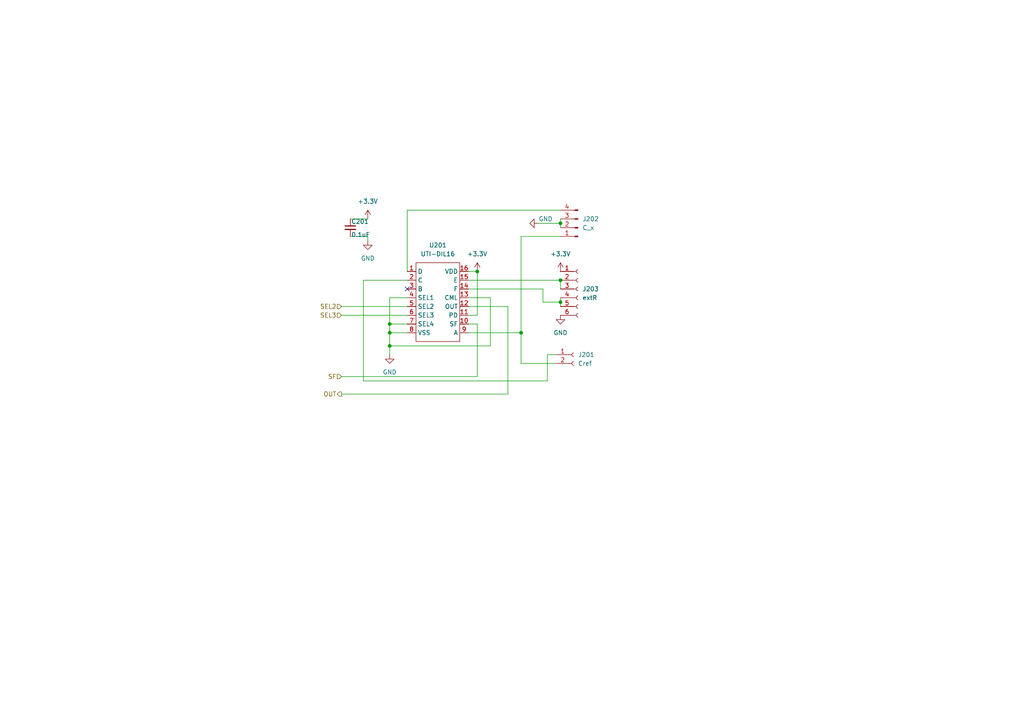
<source format=kicad_sch>
(kicad_sch (version 20211123) (generator eeschema)

  (uuid 8533212f-3b88-4ea3-aebd-d2c8832df62d)

  (paper "A4")

  (title_block
    (title "UTI+Connectors")
    (comment 1 "UTI Chip and external connectors")
  )

  (lib_symbols
    (symbol "Connector:Conn_01x02_Female" (pin_names (offset 1.016) hide) (in_bom yes) (on_board yes)
      (property "Reference" "J" (id 0) (at 0 2.54 0)
        (effects (font (size 1.27 1.27)))
      )
      (property "Value" "Conn_01x02_Female" (id 1) (at 0 -5.08 0)
        (effects (font (size 1.27 1.27)))
      )
      (property "Footprint" "" (id 2) (at 0 0 0)
        (effects (font (size 1.27 1.27)) hide)
      )
      (property "Datasheet" "~" (id 3) (at 0 0 0)
        (effects (font (size 1.27 1.27)) hide)
      )
      (property "ki_keywords" "connector" (id 4) (at 0 0 0)
        (effects (font (size 1.27 1.27)) hide)
      )
      (property "ki_description" "Generic connector, single row, 01x02, script generated (kicad-library-utils/schlib/autogen/connector/)" (id 5) (at 0 0 0)
        (effects (font (size 1.27 1.27)) hide)
      )
      (property "ki_fp_filters" "Connector*:*_1x??_*" (id 6) (at 0 0 0)
        (effects (font (size 1.27 1.27)) hide)
      )
      (symbol "Conn_01x02_Female_1_1"
        (arc (start 0 -2.032) (mid -0.508 -2.54) (end 0 -3.048)
          (stroke (width 0.1524) (type default) (color 0 0 0 0))
          (fill (type none))
        )
        (polyline
          (pts
            (xy -1.27 -2.54)
            (xy -0.508 -2.54)
          )
          (stroke (width 0.1524) (type default) (color 0 0 0 0))
          (fill (type none))
        )
        (polyline
          (pts
            (xy -1.27 0)
            (xy -0.508 0)
          )
          (stroke (width 0.1524) (type default) (color 0 0 0 0))
          (fill (type none))
        )
        (arc (start 0 0.508) (mid -0.508 0) (end 0 -0.508)
          (stroke (width 0.1524) (type default) (color 0 0 0 0))
          (fill (type none))
        )
        (pin passive line (at -5.08 0 0) (length 3.81)
          (name "Pin_1" (effects (font (size 1.27 1.27))))
          (number "1" (effects (font (size 1.27 1.27))))
        )
        (pin passive line (at -5.08 -2.54 0) (length 3.81)
          (name "Pin_2" (effects (font (size 1.27 1.27))))
          (number "2" (effects (font (size 1.27 1.27))))
        )
      )
    )
    (symbol "Connector:Conn_01x04_Male" (pin_names (offset 1.016) hide) (in_bom yes) (on_board yes)
      (property "Reference" "J" (id 0) (at 0 5.08 0)
        (effects (font (size 1.27 1.27)))
      )
      (property "Value" "Conn_01x04_Male" (id 1) (at 0 -7.62 0)
        (effects (font (size 1.27 1.27)))
      )
      (property "Footprint" "" (id 2) (at 0 0 0)
        (effects (font (size 1.27 1.27)) hide)
      )
      (property "Datasheet" "~" (id 3) (at 0 0 0)
        (effects (font (size 1.27 1.27)) hide)
      )
      (property "ki_keywords" "connector" (id 4) (at 0 0 0)
        (effects (font (size 1.27 1.27)) hide)
      )
      (property "ki_description" "Generic connector, single row, 01x04, script generated (kicad-library-utils/schlib/autogen/connector/)" (id 5) (at 0 0 0)
        (effects (font (size 1.27 1.27)) hide)
      )
      (property "ki_fp_filters" "Connector*:*_1x??_*" (id 6) (at 0 0 0)
        (effects (font (size 1.27 1.27)) hide)
      )
      (symbol "Conn_01x04_Male_1_1"
        (polyline
          (pts
            (xy 1.27 -5.08)
            (xy 0.8636 -5.08)
          )
          (stroke (width 0.1524) (type default) (color 0 0 0 0))
          (fill (type none))
        )
        (polyline
          (pts
            (xy 1.27 -2.54)
            (xy 0.8636 -2.54)
          )
          (stroke (width 0.1524) (type default) (color 0 0 0 0))
          (fill (type none))
        )
        (polyline
          (pts
            (xy 1.27 0)
            (xy 0.8636 0)
          )
          (stroke (width 0.1524) (type default) (color 0 0 0 0))
          (fill (type none))
        )
        (polyline
          (pts
            (xy 1.27 2.54)
            (xy 0.8636 2.54)
          )
          (stroke (width 0.1524) (type default) (color 0 0 0 0))
          (fill (type none))
        )
        (rectangle (start 0.8636 -4.953) (end 0 -5.207)
          (stroke (width 0.1524) (type default) (color 0 0 0 0))
          (fill (type outline))
        )
        (rectangle (start 0.8636 -2.413) (end 0 -2.667)
          (stroke (width 0.1524) (type default) (color 0 0 0 0))
          (fill (type outline))
        )
        (rectangle (start 0.8636 0.127) (end 0 -0.127)
          (stroke (width 0.1524) (type default) (color 0 0 0 0))
          (fill (type outline))
        )
        (rectangle (start 0.8636 2.667) (end 0 2.413)
          (stroke (width 0.1524) (type default) (color 0 0 0 0))
          (fill (type outline))
        )
        (pin passive line (at 5.08 2.54 180) (length 3.81)
          (name "Pin_1" (effects (font (size 1.27 1.27))))
          (number "1" (effects (font (size 1.27 1.27))))
        )
        (pin passive line (at 5.08 0 180) (length 3.81)
          (name "Pin_2" (effects (font (size 1.27 1.27))))
          (number "2" (effects (font (size 1.27 1.27))))
        )
        (pin passive line (at 5.08 -2.54 180) (length 3.81)
          (name "Pin_3" (effects (font (size 1.27 1.27))))
          (number "3" (effects (font (size 1.27 1.27))))
        )
        (pin passive line (at 5.08 -5.08 180) (length 3.81)
          (name "Pin_4" (effects (font (size 1.27 1.27))))
          (number "4" (effects (font (size 1.27 1.27))))
        )
      )
    )
    (symbol "Connector:Conn_01x06_Female" (pin_names (offset 1.016) hide) (in_bom yes) (on_board yes)
      (property "Reference" "J" (id 0) (at 0 7.62 0)
        (effects (font (size 1.27 1.27)))
      )
      (property "Value" "Conn_01x06_Female" (id 1) (at 0 -10.16 0)
        (effects (font (size 1.27 1.27)))
      )
      (property "Footprint" "" (id 2) (at 0 0 0)
        (effects (font (size 1.27 1.27)) hide)
      )
      (property "Datasheet" "~" (id 3) (at 0 0 0)
        (effects (font (size 1.27 1.27)) hide)
      )
      (property "ki_keywords" "connector" (id 4) (at 0 0 0)
        (effects (font (size 1.27 1.27)) hide)
      )
      (property "ki_description" "Generic connector, single row, 01x06, script generated (kicad-library-utils/schlib/autogen/connector/)" (id 5) (at 0 0 0)
        (effects (font (size 1.27 1.27)) hide)
      )
      (property "ki_fp_filters" "Connector*:*_1x??_*" (id 6) (at 0 0 0)
        (effects (font (size 1.27 1.27)) hide)
      )
      (symbol "Conn_01x06_Female_1_1"
        (arc (start 0 -7.112) (mid -0.508 -7.62) (end 0 -8.128)
          (stroke (width 0.1524) (type default) (color 0 0 0 0))
          (fill (type none))
        )
        (arc (start 0 -4.572) (mid -0.508 -5.08) (end 0 -5.588)
          (stroke (width 0.1524) (type default) (color 0 0 0 0))
          (fill (type none))
        )
        (arc (start 0 -2.032) (mid -0.508 -2.54) (end 0 -3.048)
          (stroke (width 0.1524) (type default) (color 0 0 0 0))
          (fill (type none))
        )
        (polyline
          (pts
            (xy -1.27 -7.62)
            (xy -0.508 -7.62)
          )
          (stroke (width 0.1524) (type default) (color 0 0 0 0))
          (fill (type none))
        )
        (polyline
          (pts
            (xy -1.27 -5.08)
            (xy -0.508 -5.08)
          )
          (stroke (width 0.1524) (type default) (color 0 0 0 0))
          (fill (type none))
        )
        (polyline
          (pts
            (xy -1.27 -2.54)
            (xy -0.508 -2.54)
          )
          (stroke (width 0.1524) (type default) (color 0 0 0 0))
          (fill (type none))
        )
        (polyline
          (pts
            (xy -1.27 0)
            (xy -0.508 0)
          )
          (stroke (width 0.1524) (type default) (color 0 0 0 0))
          (fill (type none))
        )
        (polyline
          (pts
            (xy -1.27 2.54)
            (xy -0.508 2.54)
          )
          (stroke (width 0.1524) (type default) (color 0 0 0 0))
          (fill (type none))
        )
        (polyline
          (pts
            (xy -1.27 5.08)
            (xy -0.508 5.08)
          )
          (stroke (width 0.1524) (type default) (color 0 0 0 0))
          (fill (type none))
        )
        (arc (start 0 0.508) (mid -0.508 0) (end 0 -0.508)
          (stroke (width 0.1524) (type default) (color 0 0 0 0))
          (fill (type none))
        )
        (arc (start 0 3.048) (mid -0.508 2.54) (end 0 2.032)
          (stroke (width 0.1524) (type default) (color 0 0 0 0))
          (fill (type none))
        )
        (arc (start 0 5.588) (mid -0.508 5.08) (end 0 4.572)
          (stroke (width 0.1524) (type default) (color 0 0 0 0))
          (fill (type none))
        )
        (pin passive line (at -5.08 5.08 0) (length 3.81)
          (name "Pin_1" (effects (font (size 1.27 1.27))))
          (number "1" (effects (font (size 1.27 1.27))))
        )
        (pin passive line (at -5.08 2.54 0) (length 3.81)
          (name "Pin_2" (effects (font (size 1.27 1.27))))
          (number "2" (effects (font (size 1.27 1.27))))
        )
        (pin passive line (at -5.08 0 0) (length 3.81)
          (name "Pin_3" (effects (font (size 1.27 1.27))))
          (number "3" (effects (font (size 1.27 1.27))))
        )
        (pin passive line (at -5.08 -2.54 0) (length 3.81)
          (name "Pin_4" (effects (font (size 1.27 1.27))))
          (number "4" (effects (font (size 1.27 1.27))))
        )
        (pin passive line (at -5.08 -5.08 0) (length 3.81)
          (name "Pin_5" (effects (font (size 1.27 1.27))))
          (number "5" (effects (font (size 1.27 1.27))))
        )
        (pin passive line (at -5.08 -7.62 0) (length 3.81)
          (name "Pin_6" (effects (font (size 1.27 1.27))))
          (number "6" (effects (font (size 1.27 1.27))))
        )
      )
    )
    (symbol "Device:C_Small" (pin_numbers hide) (pin_names (offset 0.254) hide) (in_bom yes) (on_board yes)
      (property "Reference" "C" (id 0) (at 0.254 1.778 0)
        (effects (font (size 1.27 1.27)) (justify left))
      )
      (property "Value" "C_Small" (id 1) (at 0.254 -2.032 0)
        (effects (font (size 1.27 1.27)) (justify left))
      )
      (property "Footprint" "" (id 2) (at 0 0 0)
        (effects (font (size 1.27 1.27)) hide)
      )
      (property "Datasheet" "~" (id 3) (at 0 0 0)
        (effects (font (size 1.27 1.27)) hide)
      )
      (property "ki_keywords" "capacitor cap" (id 4) (at 0 0 0)
        (effects (font (size 1.27 1.27)) hide)
      )
      (property "ki_description" "Unpolarized capacitor, small symbol" (id 5) (at 0 0 0)
        (effects (font (size 1.27 1.27)) hide)
      )
      (property "ki_fp_filters" "C_*" (id 6) (at 0 0 0)
        (effects (font (size 1.27 1.27)) hide)
      )
      (symbol "C_Small_0_1"
        (polyline
          (pts
            (xy -1.524 -0.508)
            (xy 1.524 -0.508)
          )
          (stroke (width 0.3302) (type default) (color 0 0 0 0))
          (fill (type none))
        )
        (polyline
          (pts
            (xy -1.524 0.508)
            (xy 1.524 0.508)
          )
          (stroke (width 0.3048) (type default) (color 0 0 0 0))
          (fill (type none))
        )
      )
      (symbol "C_Small_1_1"
        (pin passive line (at 0 2.54 270) (length 2.032)
          (name "~" (effects (font (size 1.27 1.27))))
          (number "1" (effects (font (size 1.27 1.27))))
        )
        (pin passive line (at 0 -2.54 90) (length 2.032)
          (name "~" (effects (font (size 1.27 1.27))))
          (number "2" (effects (font (size 1.27 1.27))))
        )
      )
    )
    (symbol "UTI-DIL16_2" (in_bom yes) (on_board yes)
      (property "Reference" "U" (id 0) (at 0 2.54 0)
        (effects (font (size 1.27 1.27)))
      )
      (property "Value" "UTI-DIL16_2" (id 1) (at 0 0 0)
        (effects (font (size 1.27 1.27)))
      )
      (property "Footprint" "Package_DIP:DIP-16_W7.62mm" (id 2) (at 2.54 10.16 0)
        (effects (font (size 1.27 1.27)) hide)
      )
      (property "Datasheet" "" (id 3) (at 0 0 0)
        (effects (font (size 1.27 1.27)) hide)
      )
      (symbol "UTI-DIL16_2_0_1"
        (polyline
          (pts
            (xy -5.08 5.08)
            (xy -5.08 -17.78)
            (xy 7.62 -17.78)
            (xy 7.62 5.08)
            (xy -5.08 5.08)
          )
          (stroke (width 0) (type default) (color 0 0 0 0))
          (fill (type none))
        )
      )
      (symbol "UTI-DIL16_2_1_1"
        (pin input line (at -7.62 2.54 0) (length 2.54)
          (name "D" (effects (font (size 1.27 1.27))))
          (number "1" (effects (font (size 1.27 1.27))))
        )
        (pin input line (at 10.16 -12.7 180) (length 2.54)
          (name "SF" (effects (font (size 1.27 1.27))))
          (number "10" (effects (font (size 1.27 1.27))))
        )
        (pin input line (at 10.16 -10.16 180) (length 2.54)
          (name "PD" (effects (font (size 1.27 1.27))))
          (number "11" (effects (font (size 1.27 1.27))))
        )
        (pin output line (at 10.16 -7.62 180) (length 2.54)
          (name "OUT" (effects (font (size 1.27 1.27))))
          (number "12" (effects (font (size 1.27 1.27))))
        )
        (pin input line (at 10.16 -5.08 180) (length 2.54)
          (name "CML" (effects (font (size 1.27 1.27))))
          (number "13" (effects (font (size 1.27 1.27))))
        )
        (pin input line (at 10.16 -2.54 180) (length 2.54)
          (name "F" (effects (font (size 1.27 1.27))))
          (number "14" (effects (font (size 1.27 1.27))))
        )
        (pin input line (at 10.16 0 180) (length 2.54)
          (name "E" (effects (font (size 1.27 1.27))))
          (number "15" (effects (font (size 1.27 1.27))))
        )
        (pin power_in line (at 10.16 2.54 180) (length 2.54)
          (name "VDD" (effects (font (size 1.27 1.27))))
          (number "16" (effects (font (size 1.27 1.27))))
        )
        (pin input line (at -7.62 0 0) (length 2.54)
          (name "C" (effects (font (size 1.27 1.27))))
          (number "2" (effects (font (size 1.27 1.27))))
        )
        (pin input line (at -7.62 -2.54 0) (length 2.54)
          (name "B" (effects (font (size 1.27 1.27))))
          (number "3" (effects (font (size 1.27 1.27))))
        )
        (pin input line (at -7.62 -5.08 0) (length 2.54)
          (name "SEL1" (effects (font (size 1.27 1.27))))
          (number "4" (effects (font (size 1.27 1.27))))
        )
        (pin input line (at -7.62 -7.62 0) (length 2.54)
          (name "SEL2" (effects (font (size 1.27 1.27))))
          (number "5" (effects (font (size 1.27 1.27))))
        )
        (pin input line (at -7.62 -10.16 0) (length 2.54)
          (name "SEL3" (effects (font (size 1.27 1.27))))
          (number "6" (effects (font (size 1.27 1.27))))
        )
        (pin input line (at -7.62 -12.7 0) (length 2.54)
          (name "SEL4" (effects (font (size 1.27 1.27))))
          (number "7" (effects (font (size 1.27 1.27))))
        )
        (pin power_in line (at -7.62 -15.24 0) (length 2.54)
          (name "VSS" (effects (font (size 1.27 1.27))))
          (number "8" (effects (font (size 1.27 1.27))))
        )
        (pin output line (at 10.16 -15.24 180) (length 2.54)
          (name "A" (effects (font (size 1.27 1.27))))
          (number "9" (effects (font (size 1.27 1.27))))
        )
      )
    )
    (symbol "power:+3.3V" (power) (pin_names (offset 0)) (in_bom yes) (on_board yes)
      (property "Reference" "#PWR" (id 0) (at 0 -3.81 0)
        (effects (font (size 1.27 1.27)) hide)
      )
      (property "Value" "+3.3V" (id 1) (at 0 3.556 0)
        (effects (font (size 1.27 1.27)))
      )
      (property "Footprint" "" (id 2) (at 0 0 0)
        (effects (font (size 1.27 1.27)) hide)
      )
      (property "Datasheet" "" (id 3) (at 0 0 0)
        (effects (font (size 1.27 1.27)) hide)
      )
      (property "ki_keywords" "power-flag" (id 4) (at 0 0 0)
        (effects (font (size 1.27 1.27)) hide)
      )
      (property "ki_description" "Power symbol creates a global label with name \"+3.3V\"" (id 5) (at 0 0 0)
        (effects (font (size 1.27 1.27)) hide)
      )
      (symbol "+3.3V_0_1"
        (polyline
          (pts
            (xy -0.762 1.27)
            (xy 0 2.54)
          )
          (stroke (width 0) (type default) (color 0 0 0 0))
          (fill (type none))
        )
        (polyline
          (pts
            (xy 0 0)
            (xy 0 2.54)
          )
          (stroke (width 0) (type default) (color 0 0 0 0))
          (fill (type none))
        )
        (polyline
          (pts
            (xy 0 2.54)
            (xy 0.762 1.27)
          )
          (stroke (width 0) (type default) (color 0 0 0 0))
          (fill (type none))
        )
      )
      (symbol "+3.3V_1_1"
        (pin power_in line (at 0 0 90) (length 0) hide
          (name "+3.3V" (effects (font (size 1.27 1.27))))
          (number "1" (effects (font (size 1.27 1.27))))
        )
      )
    )
    (symbol "power:GND" (power) (pin_names (offset 0)) (in_bom yes) (on_board yes)
      (property "Reference" "#PWR" (id 0) (at 0 -6.35 0)
        (effects (font (size 1.27 1.27)) hide)
      )
      (property "Value" "GND" (id 1) (at 0 -3.81 0)
        (effects (font (size 1.27 1.27)))
      )
      (property "Footprint" "" (id 2) (at 0 0 0)
        (effects (font (size 1.27 1.27)) hide)
      )
      (property "Datasheet" "" (id 3) (at 0 0 0)
        (effects (font (size 1.27 1.27)) hide)
      )
      (property "ki_keywords" "power-flag" (id 4) (at 0 0 0)
        (effects (font (size 1.27 1.27)) hide)
      )
      (property "ki_description" "Power symbol creates a global label with name \"GND\" , ground" (id 5) (at 0 0 0)
        (effects (font (size 1.27 1.27)) hide)
      )
      (symbol "GND_0_1"
        (polyline
          (pts
            (xy 0 0)
            (xy 0 -1.27)
            (xy 1.27 -1.27)
            (xy 0 -2.54)
            (xy -1.27 -1.27)
            (xy 0 -1.27)
          )
          (stroke (width 0) (type default) (color 0 0 0 0))
          (fill (type none))
        )
      )
      (symbol "GND_1_1"
        (pin power_in line (at 0 0 270) (length 0) hide
          (name "GND" (effects (font (size 1.27 1.27))))
          (number "1" (effects (font (size 1.27 1.27))))
        )
      )
    )
  )

  (junction (at 162.56 64.77) (diameter 0) (color 0 0 0 0)
    (uuid 18e23fd5-c591-4f10-a685-63f164d398ae)
  )
  (junction (at 151.13 96.52) (diameter 0) (color 0 0 0 0)
    (uuid 3d71eb80-ca5e-4918-8206-74661f810e98)
  )
  (junction (at 162.56 87.63) (diameter 0) (color 0 0 0 0)
    (uuid 56ae362e-7b7d-4538-86e1-f912ea193eb4)
  )
  (junction (at 113.03 93.98) (diameter 0) (color 0 0 0 0)
    (uuid 6dffe152-3a6e-4a0b-9cc8-2257cf1f14ac)
  )
  (junction (at 138.43 78.74) (diameter 0) (color 0 0 0 0)
    (uuid 9c05c981-749d-478a-b857-f07ad027aa93)
  )
  (junction (at 113.03 100.33) (diameter 0) (color 0 0 0 0)
    (uuid a409098c-b070-40fd-bffa-94d4f1e17d03)
  )
  (junction (at 113.03 96.52) (diameter 0) (color 0 0 0 0)
    (uuid baf3f35b-14c2-440d-aa6a-72934dee98a8)
  )
  (junction (at 162.56 81.28) (diameter 0) (color 0 0 0 0)
    (uuid dc9fe3c8-4d96-483e-b12b-51c3cd3120fb)
  )

  (no_connect (at 118.11 83.82) (uuid 10291f62-6350-4d7a-9702-15d364b02569))

  (wire (pts (xy 135.89 83.82) (xy 157.48 83.82))
    (stroke (width 0) (type default) (color 0 0 0 0))
    (uuid 023708d7-4b26-4a75-b59b-873b43931254)
  )
  (wire (pts (xy 105.41 81.28) (xy 105.41 110.49))
    (stroke (width 0) (type default) (color 0 0 0 0))
    (uuid 0774d1e7-dc00-43ca-8590-d0aa7a620fda)
  )
  (wire (pts (xy 158.75 110.49) (xy 158.75 102.87))
    (stroke (width 0) (type default) (color 0 0 0 0))
    (uuid 0c5c6430-433b-4a86-ba6a-91262907e542)
  )
  (wire (pts (xy 138.43 78.74) (xy 135.89 78.74))
    (stroke (width 0) (type default) (color 0 0 0 0))
    (uuid 21bafb8a-2316-4da1-bad0-05d1f7099155)
  )
  (wire (pts (xy 138.43 93.98) (xy 138.43 109.22))
    (stroke (width 0) (type default) (color 0 0 0 0))
    (uuid 2238e2e1-fd80-44b6-ab53-ba20308d045c)
  )
  (wire (pts (xy 118.11 86.36) (xy 113.03 86.36))
    (stroke (width 0) (type default) (color 0 0 0 0))
    (uuid 3347cf34-b331-42ce-8c1f-2e886a9b7b44)
  )
  (wire (pts (xy 105.41 110.49) (xy 158.75 110.49))
    (stroke (width 0) (type default) (color 0 0 0 0))
    (uuid 4416f1e5-ce8b-4e9a-b9f6-a985cbdaaf4e)
  )
  (wire (pts (xy 138.43 91.44) (xy 138.43 78.74))
    (stroke (width 0) (type default) (color 0 0 0 0))
    (uuid 4449ad3c-bc5c-4860-b940-a6e98836bd02)
  )
  (wire (pts (xy 156.21 64.77) (xy 162.56 64.77))
    (stroke (width 0) (type default) (color 0 0 0 0))
    (uuid 44d024e6-df64-4cde-926f-c3df1b96c12e)
  )
  (wire (pts (xy 113.03 100.33) (xy 142.24 100.33))
    (stroke (width 0) (type default) (color 0 0 0 0))
    (uuid 4608f756-1efb-4d24-9834-220f9090ba4f)
  )
  (wire (pts (xy 99.06 88.9) (xy 118.11 88.9))
    (stroke (width 0) (type default) (color 0 0 0 0))
    (uuid 48531b83-187d-43cd-88b6-b0928bf47ae7)
  )
  (wire (pts (xy 99.06 91.44) (xy 118.11 91.44))
    (stroke (width 0) (type default) (color 0 0 0 0))
    (uuid 48692296-ee31-4277-82ea-dd008bbbde19)
  )
  (wire (pts (xy 118.11 93.98) (xy 113.03 93.98))
    (stroke (width 0) (type default) (color 0 0 0 0))
    (uuid 4f1e64a3-a5f2-407f-8222-1f1bbeac0690)
  )
  (wire (pts (xy 157.48 83.82) (xy 157.48 87.63))
    (stroke (width 0) (type default) (color 0 0 0 0))
    (uuid 59a02875-ff25-4976-88c6-eb9ecaa0db48)
  )
  (wire (pts (xy 118.11 81.28) (xy 105.41 81.28))
    (stroke (width 0) (type default) (color 0 0 0 0))
    (uuid 5acaebd7-8097-49cb-9ccb-3db9facaaa25)
  )
  (wire (pts (xy 118.11 60.96) (xy 162.56 60.96))
    (stroke (width 0) (type default) (color 0 0 0 0))
    (uuid 67c7d51c-e285-4e66-a09f-5653402ff5b5)
  )
  (wire (pts (xy 151.13 96.52) (xy 151.13 105.41))
    (stroke (width 0) (type default) (color 0 0 0 0))
    (uuid 69400358-9be7-4a10-a307-a98c4b3125df)
  )
  (wire (pts (xy 135.89 96.52) (xy 151.13 96.52))
    (stroke (width 0) (type default) (color 0 0 0 0))
    (uuid 6dc78e91-8930-4131-896a-4c54e32202e8)
  )
  (wire (pts (xy 151.13 105.41) (xy 161.29 105.41))
    (stroke (width 0) (type default) (color 0 0 0 0))
    (uuid 7741b677-627c-4810-a037-f649679e438e)
  )
  (wire (pts (xy 101.6 68.58) (xy 106.68 68.58))
    (stroke (width 0) (type default) (color 0 0 0 0))
    (uuid 7cf96862-f79a-4670-bd4f-717285633622)
  )
  (wire (pts (xy 162.56 87.63) (xy 162.56 88.9))
    (stroke (width 0) (type default) (color 0 0 0 0))
    (uuid 7ded843b-f24a-4ab8-95d1-91a838ac2e56)
  )
  (wire (pts (xy 113.03 86.36) (xy 113.03 93.98))
    (stroke (width 0) (type default) (color 0 0 0 0))
    (uuid 8253ec5b-957e-48d1-a269-1f42d04c3367)
  )
  (wire (pts (xy 135.89 93.98) (xy 138.43 93.98))
    (stroke (width 0) (type default) (color 0 0 0 0))
    (uuid 864e5f51-1f46-49ec-808c-853fa1b48ee6)
  )
  (wire (pts (xy 162.56 64.77) (xy 162.56 66.04))
    (stroke (width 0) (type default) (color 0 0 0 0))
    (uuid 874156c9-9ac3-4cea-b7e8-e98482d1c594)
  )
  (wire (pts (xy 135.89 81.28) (xy 162.56 81.28))
    (stroke (width 0) (type default) (color 0 0 0 0))
    (uuid 8ad6811b-edf7-4b2e-a918-4a3ed867fc0b)
  )
  (wire (pts (xy 151.13 68.58) (xy 162.56 68.58))
    (stroke (width 0) (type default) (color 0 0 0 0))
    (uuid 8d24e521-a610-49a7-8134-329fec952fd0)
  )
  (wire (pts (xy 113.03 102.87) (xy 113.03 100.33))
    (stroke (width 0) (type default) (color 0 0 0 0))
    (uuid 92d07880-04c4-4fdd-95c8-9c0aa5a74edd)
  )
  (wire (pts (xy 147.32 88.9) (xy 135.89 88.9))
    (stroke (width 0) (type default) (color 0 0 0 0))
    (uuid 95470230-ca4c-4f72-a7bb-82c80b7dfb90)
  )
  (wire (pts (xy 99.06 114.3) (xy 147.32 114.3))
    (stroke (width 0) (type default) (color 0 0 0 0))
    (uuid 9797cf11-5530-4a2d-8aa9-7cf8cf2e7a0b)
  )
  (wire (pts (xy 157.48 87.63) (xy 162.56 87.63))
    (stroke (width 0) (type default) (color 0 0 0 0))
    (uuid 982fc423-1edc-4d29-9c90-260df11556fb)
  )
  (wire (pts (xy 106.68 68.58) (xy 106.68 69.85))
    (stroke (width 0) (type default) (color 0 0 0 0))
    (uuid a0428966-b209-47a1-8c35-4a2fa4260d8b)
  )
  (wire (pts (xy 99.06 109.22) (xy 138.43 109.22))
    (stroke (width 0) (type default) (color 0 0 0 0))
    (uuid a2fd9cf0-cc94-4e78-8b77-d7b076ae602e)
  )
  (wire (pts (xy 162.56 86.36) (xy 162.56 87.63))
    (stroke (width 0) (type default) (color 0 0 0 0))
    (uuid a50965cc-b668-4623-afde-f96f20395fcd)
  )
  (wire (pts (xy 142.24 86.36) (xy 142.24 100.33))
    (stroke (width 0) (type default) (color 0 0 0 0))
    (uuid a81c2e51-9cfc-4844-94b2-52cb5cc454b8)
  )
  (wire (pts (xy 118.11 60.96) (xy 118.11 78.74))
    (stroke (width 0) (type default) (color 0 0 0 0))
    (uuid aa214dd5-3a70-4daf-b1b8-092d2e36ecf1)
  )
  (wire (pts (xy 158.75 102.87) (xy 161.29 102.87))
    (stroke (width 0) (type default) (color 0 0 0 0))
    (uuid aa90bcb8-5ea8-41f1-b384-3b62e8592f76)
  )
  (wire (pts (xy 135.89 91.44) (xy 138.43 91.44))
    (stroke (width 0) (type default) (color 0 0 0 0))
    (uuid c1e61837-2617-4fe3-a5b5-f9eeef682dff)
  )
  (wire (pts (xy 113.03 100.33) (xy 113.03 96.52))
    (stroke (width 0) (type default) (color 0 0 0 0))
    (uuid c3956b77-42f6-4a47-a3f1-e0830efdb5a2)
  )
  (wire (pts (xy 101.6 63.5) (xy 106.68 63.5))
    (stroke (width 0) (type default) (color 0 0 0 0))
    (uuid d2ba356d-7b0c-4183-9ec5-d95cf9cbc9c8)
  )
  (wire (pts (xy 151.13 96.52) (xy 151.13 68.58))
    (stroke (width 0) (type default) (color 0 0 0 0))
    (uuid d2f30762-e62d-4384-a6f4-e2b740ec3aa7)
  )
  (wire (pts (xy 162.56 63.5) (xy 162.56 64.77))
    (stroke (width 0) (type default) (color 0 0 0 0))
    (uuid e07cbe1c-a521-4907-bdfd-6a3ce9bcf923)
  )
  (wire (pts (xy 113.03 96.52) (xy 118.11 96.52))
    (stroke (width 0) (type default) (color 0 0 0 0))
    (uuid e30e748a-1c97-43f4-b338-aba1b729aa95)
  )
  (wire (pts (xy 147.32 88.9) (xy 147.32 114.3))
    (stroke (width 0) (type default) (color 0 0 0 0))
    (uuid e58e5c01-af9f-45a8-9380-5818d7634e64)
  )
  (wire (pts (xy 135.89 86.36) (xy 142.24 86.36))
    (stroke (width 0) (type default) (color 0 0 0 0))
    (uuid f43d970c-8116-4c49-9dbc-cedc87891763)
  )
  (wire (pts (xy 162.56 81.28) (xy 162.56 83.82))
    (stroke (width 0) (type default) (color 0 0 0 0))
    (uuid fa99e7b2-46cb-4dbb-8789-4226f3f93b9d)
  )
  (wire (pts (xy 113.03 93.98) (xy 113.03 96.52))
    (stroke (width 0) (type default) (color 0 0 0 0))
    (uuid fc6b473b-afc1-444e-86b4-ed357f415122)
  )

  (hierarchical_label "SEL2" (shape input) (at 99.06 88.9 180)
    (effects (font (size 1.27 1.27)) (justify right))
    (uuid 581c6dde-848e-40c8-8dd4-89df795381ca)
  )
  (hierarchical_label "SF" (shape input) (at 99.06 109.22 180)
    (effects (font (size 1.27 1.27)) (justify right))
    (uuid 6d7f7de8-f0a6-471c-9898-0dd6932d2f42)
  )
  (hierarchical_label "OUT" (shape output) (at 99.06 114.3 180)
    (effects (font (size 1.27 1.27)) (justify right))
    (uuid 70b54e29-f996-4a39-bddf-9ab51d3ea5c7)
  )
  (hierarchical_label "SEL3" (shape input) (at 99.06 91.44 180)
    (effects (font (size 1.27 1.27)) (justify right))
    (uuid 9116f224-0530-4eb7-84e6-cff6ad909a3a)
  )

  (symbol (lib_id "Connector:Conn_01x06_Female") (at 167.64 83.82 0) (unit 1)
    (in_bom yes) (on_board yes) (fields_autoplaced)
    (uuid 0c10e9be-1c14-47cc-82ad-edd28b25a419)
    (property "Reference" "J203" (id 0) (at 168.91 83.8199 0)
      (effects (font (size 1.27 1.27)) (justify left))
    )
    (property "Value" "extR" (id 1) (at 168.91 86.3599 0)
      (effects (font (size 1.27 1.27)) (justify left))
    )
    (property "Footprint" "Connector_PinSocket_2.54mm:PinSocket_1x06_P2.54mm_Vertical" (id 2) (at 167.64 83.82 0)
      (effects (font (size 1.27 1.27)) hide)
    )
    (property "Datasheet" "~" (id 3) (at 167.64 83.82 0)
      (effects (font (size 1.27 1.27)) hide)
    )
    (pin "1" (uuid a6576b76-3368-48b0-af01-2df2dcbd3ce5))
    (pin "2" (uuid 043af8a6-7ae1-4067-9acd-b5f0434cf640))
    (pin "3" (uuid 1008bb6b-983f-4ba4-b26f-44562668fa9a))
    (pin "4" (uuid 2e84e57c-c8c1-44be-8b09-3173d3f37aff))
    (pin "5" (uuid 46a9dbb3-4338-4d2c-893b-7defaf860220))
    (pin "6" (uuid c00a189d-52e0-40d6-b483-80c24684eb61))
  )

  (symbol (lib_id "power:+3.3V") (at 106.68 63.5 0) (unit 1)
    (in_bom yes) (on_board yes) (fields_autoplaced)
    (uuid 1fe66f70-ed57-494c-87f8-3b372b6f99db)
    (property "Reference" "#PWR0110" (id 0) (at 106.68 67.31 0)
      (effects (font (size 1.27 1.27)) hide)
    )
    (property "Value" "+3.3V" (id 1) (at 106.68 58.42 0))
    (property "Footprint" "" (id 2) (at 106.68 63.5 0)
      (effects (font (size 1.27 1.27)) hide)
    )
    (property "Datasheet" "" (id 3) (at 106.68 63.5 0)
      (effects (font (size 1.27 1.27)) hide)
    )
    (pin "1" (uuid 452eddb8-189f-4cbc-bcf2-2c1bc06b8c89))
  )

  (symbol (lib_name "UTI-DIL16_2") (lib_id "UTI-DIL16:UTI-DIL16") (at 125.73 81.28 0) (unit 1)
    (in_bom yes) (on_board yes) (fields_autoplaced)
    (uuid 2b905e82-59c7-4f90-b003-cbb8586c5c2a)
    (property "Reference" "U201" (id 0) (at 127 71.12 0))
    (property "Value" "UTI-DIL16" (id 1) (at 127 73.66 0))
    (property "Footprint" "Package_DIP:DIP-16_W7.62mm_Socket" (id 2) (at 128.27 71.12 0)
      (effects (font (size 1.27 1.27)) hide)
    )
    (property "Datasheet" "" (id 3) (at 125.73 81.28 0)
      (effects (font (size 1.27 1.27)) hide)
    )
    (pin "1" (uuid 21a50ec8-dcdf-474c-9a5a-435940c04500))
    (pin "10" (uuid 36ec1a19-29b8-439b-bb17-fbb89522ec02))
    (pin "11" (uuid c76263aa-b0ab-4b1f-be9b-89a33e661a06))
    (pin "12" (uuid a087dc11-33ee-49a8-94f4-5098d3869c2f))
    (pin "13" (uuid 161aaa81-aaa9-4cbb-9d95-9d1884998bef))
    (pin "14" (uuid 49e33102-0285-48d5-97d4-f66035a02314))
    (pin "15" (uuid f21e12f1-932f-40c0-b9a8-80aefc837d42))
    (pin "16" (uuid 944e16c7-6958-4a93-83c1-3bc2b6762caa))
    (pin "2" (uuid a6473a2c-aee8-4ead-8d0b-9f29cfed9f30))
    (pin "3" (uuid 9b0b7644-626d-4999-b787-f870fd10f600))
    (pin "4" (uuid 1447e57d-3bb8-4a94-8c0e-08b92b2e4ebd))
    (pin "5" (uuid 115c01bf-e4a6-48ac-a251-da9859eb1636))
    (pin "6" (uuid eb0cb04b-065f-4bca-8bf2-59982fa9b26f))
    (pin "7" (uuid 1e7aa7d1-4cb9-4334-9e2b-e5177c7e4392))
    (pin "8" (uuid b1b73c14-d662-4617-8aa1-ccd1fd27ea87))
    (pin "9" (uuid dee9e18b-21bb-48da-b7b1-cba1a2cf08fb))
  )

  (symbol (lib_id "power:GND") (at 156.21 64.77 270) (unit 1)
    (in_bom yes) (on_board yes)
    (uuid 4a752ac5-158f-4730-b945-8faa59011d3e)
    (property "Reference" "#PWR0106" (id 0) (at 149.86 64.77 0)
      (effects (font (size 1.27 1.27)) hide)
    )
    (property "Value" "GND" (id 1) (at 156.21 63.5 90)
      (effects (font (size 1.27 1.27)) (justify left))
    )
    (property "Footprint" "" (id 2) (at 156.21 64.77 0)
      (effects (font (size 1.27 1.27)) hide)
    )
    (property "Datasheet" "" (id 3) (at 156.21 64.77 0)
      (effects (font (size 1.27 1.27)) hide)
    )
    (pin "1" (uuid 23dfcbf4-3c14-4287-9234-bc3d6535b6c6))
  )

  (symbol (lib_id "power:GND") (at 106.68 69.85 0) (unit 1)
    (in_bom yes) (on_board yes) (fields_autoplaced)
    (uuid 4feb1193-2d0d-49d1-b81c-359b19930344)
    (property "Reference" "#PWR0111" (id 0) (at 106.68 76.2 0)
      (effects (font (size 1.27 1.27)) hide)
    )
    (property "Value" "GND" (id 1) (at 106.68 74.93 0))
    (property "Footprint" "" (id 2) (at 106.68 69.85 0)
      (effects (font (size 1.27 1.27)) hide)
    )
    (property "Datasheet" "" (id 3) (at 106.68 69.85 0)
      (effects (font (size 1.27 1.27)) hide)
    )
    (pin "1" (uuid b02d58c9-fb7a-4262-8fbf-ba289229ec4d))
  )

  (symbol (lib_id "Device:C_Small") (at 101.6 66.04 0) (unit 1)
    (in_bom yes) (on_board yes)
    (uuid 5f5af59e-213c-4a2f-aca1-e1bda3850a5c)
    (property "Reference" "C201" (id 0) (at 101.854 64.262 0)
      (effects (font (size 1.27 1.27)) (justify left))
    )
    (property "Value" "0.1uF" (id 1) (at 101.854 68.072 0)
      (effects (font (size 1.27 1.27)) (justify left))
    )
    (property "Footprint" "Capacitor_THT:C_Disc_D3.0mm_W1.6mm_P2.50mm" (id 2) (at 101.6 66.04 0)
      (effects (font (size 1.27 1.27)) hide)
    )
    (property "Datasheet" "~" (id 3) (at 101.6 66.04 0)
      (effects (font (size 1.27 1.27)) hide)
    )
    (pin "1" (uuid 5989b4d1-721e-433a-8c20-dedc5b3f1820))
    (pin "2" (uuid 39e41899-8ba6-42d9-a274-7706db2b4251))
  )

  (symbol (lib_id "Connector:Conn_01x04_Male") (at 167.64 66.04 180) (unit 1)
    (in_bom yes) (on_board yes) (fields_autoplaced)
    (uuid 68b79fda-dd97-4ecd-8dd5-1104db988f6f)
    (property "Reference" "J202" (id 0) (at 168.91 63.4999 0)
      (effects (font (size 1.27 1.27)) (justify right))
    )
    (property "Value" "C_x" (id 1) (at 168.91 66.0399 0)
      (effects (font (size 1.27 1.27)) (justify right))
    )
    (property "Footprint" "CapLevelSensorAD:Amphenol Anytech YO 3.81mm 4p" (id 2) (at 167.64 66.04 0)
      (effects (font (size 1.27 1.27)) hide)
    )
    (property "Datasheet" "~" (id 3) (at 167.64 66.04 0)
      (effects (font (size 1.27 1.27)) hide)
    )
    (pin "1" (uuid db93641b-1b72-414e-93dc-a76c105e0667))
    (pin "2" (uuid 06bc01fd-51b1-4320-9cf0-7a894f529dbd))
    (pin "3" (uuid 818d835d-c491-494b-908c-49ae3d9e6972))
    (pin "4" (uuid 18b3e041-3ca8-4f4f-8a5d-7743168999af))
  )

  (symbol (lib_id "Connector:Conn_01x02_Female") (at 166.37 102.87 0) (unit 1)
    (in_bom yes) (on_board yes) (fields_autoplaced)
    (uuid 6c30f8a7-76da-49c5-ac91-6fe5fa4c75c5)
    (property "Reference" "J201" (id 0) (at 167.64 102.8699 0)
      (effects (font (size 1.27 1.27)) (justify left))
    )
    (property "Value" "Cref" (id 1) (at 167.64 105.4099 0)
      (effects (font (size 1.27 1.27)) (justify left))
    )
    (property "Footprint" "Connector_PinSocket_2.54mm:PinSocket_1x02_P2.54mm_Vertical" (id 2) (at 166.37 102.87 0)
      (effects (font (size 1.27 1.27)) hide)
    )
    (property "Datasheet" "~" (id 3) (at 166.37 102.87 0)
      (effects (font (size 1.27 1.27)) hide)
    )
    (pin "1" (uuid a8587049-446f-4d16-9332-1cc31f36e043))
    (pin "2" (uuid 38f62f31-1fca-44c0-803d-65c152a9d46c))
  )

  (symbol (lib_id "power:+3.3V") (at 138.43 78.74 0) (unit 1)
    (in_bom yes) (on_board yes) (fields_autoplaced)
    (uuid 735ea043-a550-4eab-938a-ea90013bbed7)
    (property "Reference" "#PWR0112" (id 0) (at 138.43 82.55 0)
      (effects (font (size 1.27 1.27)) hide)
    )
    (property "Value" "+3.3V" (id 1) (at 138.43 73.66 0))
    (property "Footprint" "" (id 2) (at 138.43 78.74 0)
      (effects (font (size 1.27 1.27)) hide)
    )
    (property "Datasheet" "" (id 3) (at 138.43 78.74 0)
      (effects (font (size 1.27 1.27)) hide)
    )
    (pin "1" (uuid b5f57491-7efd-4a5d-acdf-5c1c68945c31))
  )

  (symbol (lib_id "power:GND") (at 113.03 102.87 0) (unit 1)
    (in_bom yes) (on_board yes) (fields_autoplaced)
    (uuid a1c16384-5533-4d2c-bd23-37db84c23e1d)
    (property "Reference" "#PWR0109" (id 0) (at 113.03 109.22 0)
      (effects (font (size 1.27 1.27)) hide)
    )
    (property "Value" "GND" (id 1) (at 113.03 107.95 0))
    (property "Footprint" "" (id 2) (at 113.03 102.87 0)
      (effects (font (size 1.27 1.27)) hide)
    )
    (property "Datasheet" "" (id 3) (at 113.03 102.87 0)
      (effects (font (size 1.27 1.27)) hide)
    )
    (pin "1" (uuid c322e3f7-8192-48e3-a46b-5150aed728e5))
  )

  (symbol (lib_id "power:+3.3V") (at 162.56 78.74 0) (unit 1)
    (in_bom yes) (on_board yes) (fields_autoplaced)
    (uuid d66e743e-998e-498e-a3c5-ce568c00a7b4)
    (property "Reference" "#PWR0108" (id 0) (at 162.56 82.55 0)
      (effects (font (size 1.27 1.27)) hide)
    )
    (property "Value" "+3.3V" (id 1) (at 162.56 73.66 0))
    (property "Footprint" "" (id 2) (at 162.56 78.74 0)
      (effects (font (size 1.27 1.27)) hide)
    )
    (property "Datasheet" "" (id 3) (at 162.56 78.74 0)
      (effects (font (size 1.27 1.27)) hide)
    )
    (pin "1" (uuid 4146b050-d8b3-4bf3-8b7a-e5fa1ca4f932))
  )

  (symbol (lib_id "power:GND") (at 162.56 91.44 0) (unit 1)
    (in_bom yes) (on_board yes) (fields_autoplaced)
    (uuid fa21973e-c69b-4042-9560-5c719cf693d5)
    (property "Reference" "#PWR0107" (id 0) (at 162.56 97.79 0)
      (effects (font (size 1.27 1.27)) hide)
    )
    (property "Value" "GND" (id 1) (at 162.56 96.52 0))
    (property "Footprint" "" (id 2) (at 162.56 91.44 0)
      (effects (font (size 1.27 1.27)) hide)
    )
    (property "Datasheet" "" (id 3) (at 162.56 91.44 0)
      (effects (font (size 1.27 1.27)) hide)
    )
    (pin "1" (uuid f2e4330e-35f0-4778-8e57-6bce24f9312b))
  )
)

</source>
